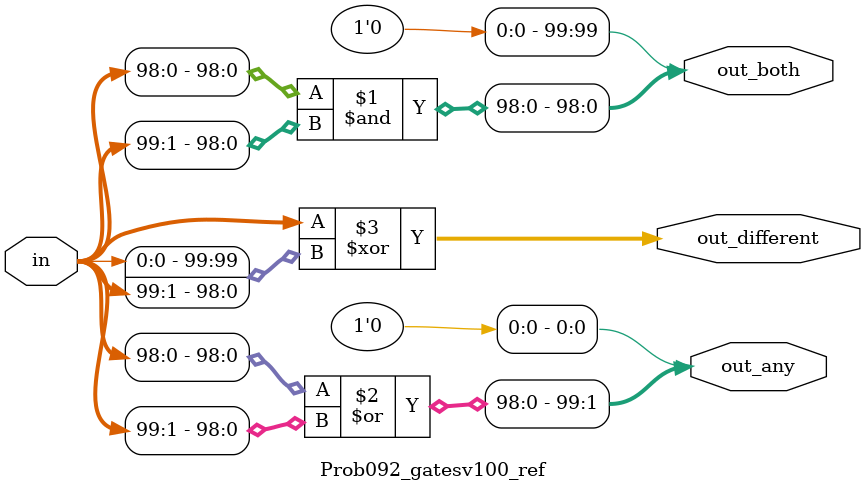
<source format=sv>

module Prob092_gatesv100_ref (
  input  [99:0] in,
  output [99:0] out_both,
  output [99:0] out_any,
  output [99:0] out_different
);

  assign out_both = { 1'b0, (in[98:0] & in[99:1]) };

  assign out_any = { (in[98:0] | in[99:1]), 1'b0 };

  assign out_different = in ^ { in[0], in[99:1] };

endmodule


</source>
